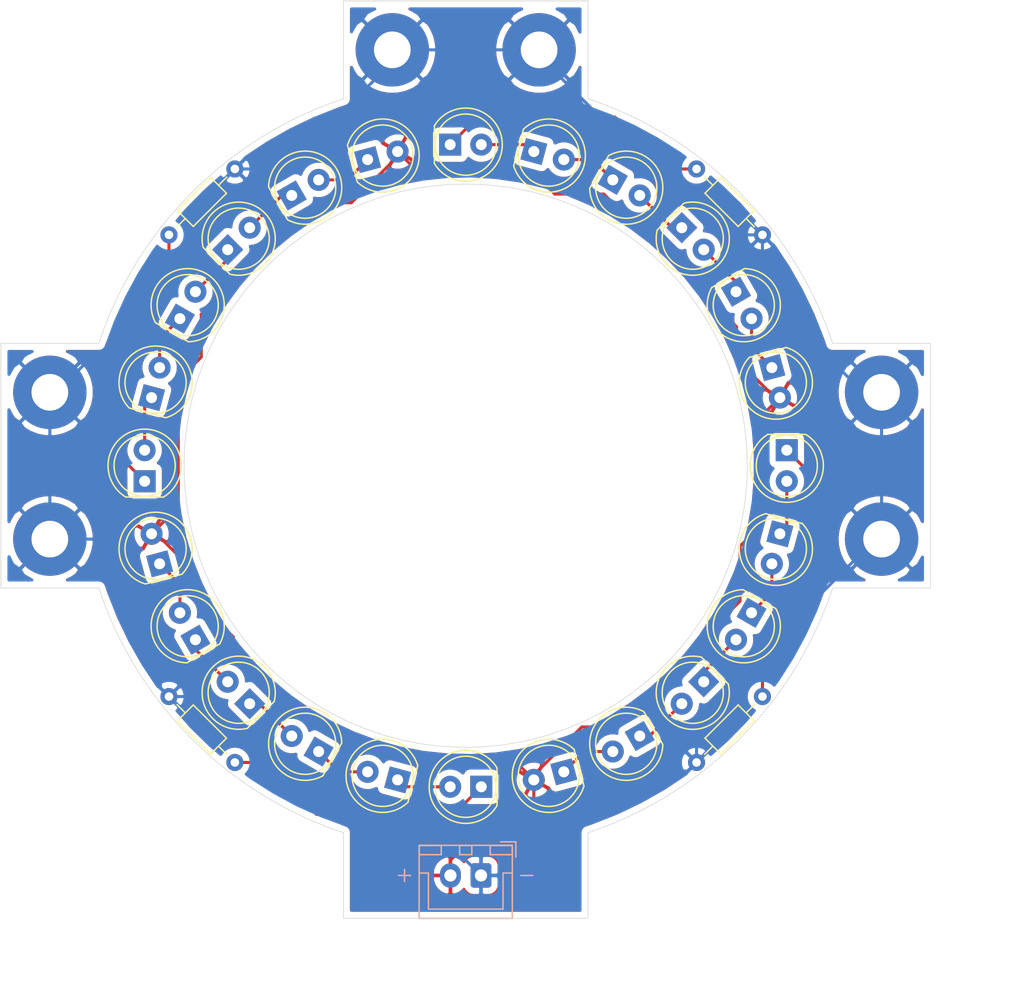
<source format=kicad_pcb>
(kicad_pcb (version 20171130) (host pcbnew "(5.1.6)-1")
  (layers (0 F.Cu signal hide) (31 B.Cu signal hide) (34 B.Paste user) (35 F.Paste user) (36 B.SilkS user) (37 F.SilkS user) (38 B.Mask user) (39 F.Mask user) (44 Edge.Cuts user))
  (net 0 "")
  (net 1 "Net-(D1-Pad2)")
  (net 2 "Net-(D1-Pad1)")
  (net 3 GND)
  (net 4 "Net-(D7-Pad1)")
  (net 5 "Net-(D7-Pad2)")
  (net 6 "Net-(D10-Pad2)")
  (net 7 "Net-(D10-Pad1)")
  (net 8 "Net-(D13-Pad1)")
  (net 9 "Net-(D13-Pad2)")
  (net 10 "Net-(D19-Pad1)")
  (net 11 "Net-(D19-Pad2)")
  (net 12 "Net-(D2-Pad2)")
  (net 13 "Net-(D3-Pad2)")
  (net 14 "Net-(D4-Pad2)")
  (net 15 "Net-(D5-Pad2)")
  (net 16 "Net-(D8-Pad2)")
  (net 17 "Net-(D11-Pad2)")
  (net 18 "Net-(D14-Pad2)")
  (net 19 "Net-(D15-Pad2)")
  (net 20 "Net-(D16-Pad2)")
  (net 21 "Net-(D17-Pad2)")
  (net 22 "Net-(D20-Pad2)")
  (net 23 "Net-(D21-Pad2)")
  (net 24 "Net-(D22-Pad2)")
  (net 25 "Net-(D23-Pad2)")
  (net 26 24V)
  (module MountingHole:MountingHole_3mm_Pad (layer F.Cu) (at 94 66)
    (fp_text reference M3 hide)
    (fp_text value M)
    (pad 1 thru_hole circle (at 0 0) (size 6 6) (drill 3) (layers *.Cu *.Mask) (net 3 GND))
  )
  (module LED_THT:LED_D5.0mm (layer F.Cu) (at 74.315747 94.432726 75)
    (fp_text reference D2 hide)
    (fp_text value LED)
    (fp_line (start -1.29 -1.545) (end -1.29 1.545) (layer F.SilkS) (width 0.12))
    (fp_circle (center 1.27 0) (end 3.77 0) (layer F.SilkS) (width 0.12))
    (fp_arc (start 1.27 0) (end -1.29 -1.54483) (angle 148.9) (layer F.SilkS) (width 0.12))
    (fp_arc (start 1.27 0) (end -1.29 1.54483) (angle -148.9) (layer F.SilkS) (width 0.12))
    (pad 1 thru_hole rect (at 0 0 75) (size 1.8 1.8) (drill 0.9) (layers *.Cu *.Mask) (net 1 "Net-(D1-Pad2)"))
    (pad 2 thru_hole circle (at 2.54 0 75) (size 1.8 1.8) (drill 0.9) (layers *.Cu *.Mask) (net 12 "Net-(D2-Pad2)"))
  )
  (module LED_THT:LED_D5.0mm (layer F.Cu) (at 76.631833 87.974852 60)
    (fp_text reference D3 hide)
    (fp_text value LED)
    (fp_line (start -1.29 -1.545) (end -1.29 1.545) (layer F.SilkS) (width 0.12))
    (fp_circle (center 1.27 0) (end 3.77 0) (layer F.SilkS) (width 0.12))
    (fp_arc (start 1.27 0) (end -1.29 -1.54483) (angle 148.9) (layer F.SilkS) (width 0.12))
    (fp_arc (start 1.27 0) (end -1.29 1.54483) (angle -148.9) (layer F.SilkS) (width 0.12))
    (pad 1 thru_hole rect (at 0 0 60) (size 1.8 1.8) (drill 0.9) (layers *.Cu *.Mask) (net 12 "Net-(D2-Pad2)"))
    (pad 2 thru_hole circle (at 2.54 0 60) (size 1.8 1.8) (drill 0.9) (layers *.Cu *.Mask) (net 13 "Net-(D3-Pad2)"))
  )
  (module LED_THT:LED_D5.0mm (layer F.Cu) (at 80.540421 82.336473 45)
    (fp_text reference D4 hide)
    (fp_text value LED)
    (fp_line (start -1.29 -1.545) (end -1.29 1.545) (layer F.SilkS) (width 0.12))
    (fp_circle (center 1.27 0) (end 3.77 0) (layer F.SilkS) (width 0.12))
    (fp_arc (start 1.27 0) (end -1.29 -1.54483) (angle 148.9) (layer F.SilkS) (width 0.12))
    (fp_arc (start 1.27 0) (end -1.29 1.54483) (angle -148.9) (layer F.SilkS) (width 0.12))
    (pad 1 thru_hole rect (at 0 0 45) (size 1.8 1.8) (drill 0.9) (layers *.Cu *.Mask) (net 13 "Net-(D3-Pad2)"))
    (pad 2 thru_hole circle (at 2.54 0 45) (size 1.8 1.8) (drill 0.9) (layers *.Cu *.Mask) (net 14 "Net-(D4-Pad2)"))
  )
  (module LED_THT:LED_D5.0mm (layer F.Cu) (at 85.775148 77.901833 30)
    (fp_text reference D5 hide)
    (fp_text value LED)
    (fp_line (start -1.29 -1.545) (end -1.29 1.545) (layer F.SilkS) (width 0.12))
    (fp_circle (center 1.27 0) (end 3.77 0) (layer F.SilkS) (width 0.12))
    (fp_arc (start 1.27 0) (end -1.29 -1.54483) (angle 148.9) (layer F.SilkS) (width 0.12))
    (fp_arc (start 1.27 0) (end -1.29 1.54483) (angle -148.9) (layer F.SilkS) (width 0.12))
    (pad 1 thru_hole rect (at 0 0 30) (size 1.8 1.8) (drill 0.9) (layers *.Cu *.Mask) (net 14 "Net-(D4-Pad2)"))
    (pad 2 thru_hole circle (at 2.54 0 30) (size 1.8 1.8) (drill 0.9) (layers *.Cu *.Mask) (net 15 "Net-(D5-Pad2)"))
  )
  (module LED_THT:LED_D5.0mm (layer F.Cu) (at 91.979274 74.973147 15)
    (fp_text reference D6 hide)
    (fp_text value LED)
    (fp_line (start -1.29 -1.545) (end -1.29 1.545) (layer F.SilkS) (width 0.12))
    (fp_circle (center 1.27 0) (end 3.77 0) (layer F.SilkS) (width 0.12))
    (fp_arc (start 1.27 0) (end -1.29 -1.54483) (angle 148.9) (layer F.SilkS) (width 0.12))
    (fp_arc (start 1.27 0) (end -1.29 1.54483) (angle -148.9) (layer F.SilkS) (width 0.12))
    (pad 1 thru_hole rect (at 0 0 15) (size 1.8 1.8) (drill 0.9) (layers *.Cu *.Mask) (net 15 "Net-(D5-Pad2)"))
    (pad 2 thru_hole circle (at 2.54 0 15) (size 1.8 1.8) (drill 0.9) (layers *.Cu *.Mask) (net 26 24V))
  )
  (module LED_THT:LED_D5.0mm (layer F.Cu) (at 98.73 73.75)
    (fp_text reference D7 hide)
    (fp_text value LED)
    (fp_line (start -1.29 -1.545) (end -1.29 1.545) (layer F.SilkS) (width 0.12))
    (fp_circle (center 1.27 0) (end 3.77 0) (layer F.SilkS) (width 0.12))
    (fp_arc (start 1.27 0) (end -1.29 -1.54483) (angle 148.9) (layer F.SilkS) (width 0.12))
    (fp_arc (start 1.27 0) (end -1.29 1.54483) (angle -148.9) (layer F.SilkS) (width 0.12))
    (pad 1 thru_hole rect (at 0 0) (size 1.8 1.8) (drill 0.9) (layers *.Cu *.Mask) (net 4 "Net-(D7-Pad1)"))
    (pad 2 thru_hole circle (at 2.54 0) (size 1.8 1.8) (drill 0.9) (layers *.Cu *.Mask) (net 5 "Net-(D7-Pad2)"))
  )
  (module LED_THT:LED_D5.0mm (layer F.Cu) (at 105.567274 74.315747 345)
    (fp_text reference D8 hide)
    (fp_text value LED)
    (fp_line (start -1.29 -1.545) (end -1.29 1.545) (layer F.SilkS) (width 0.12))
    (fp_circle (center 1.27 0) (end 3.77 0) (layer F.SilkS) (width 0.12))
    (fp_arc (start 1.27 0) (end -1.29 -1.54483) (angle 148.9) (layer F.SilkS) (width 0.12))
    (fp_arc (start 1.27 0) (end -1.29 1.54483) (angle -148.9) (layer F.SilkS) (width 0.12))
    (pad 1 thru_hole rect (at 0 0 345) (size 1.8 1.8) (drill 0.9) (layers *.Cu *.Mask) (net 5 "Net-(D7-Pad2)"))
    (pad 2 thru_hole circle (at 2.54 0 345) (size 1.8 1.8) (drill 0.9) (layers *.Cu *.Mask) (net 16 "Net-(D8-Pad2)"))
  )
  (module LED_THT:LED_D5.0mm (layer F.Cu) (at 112.025148 76.631833 330)
    (fp_text reference D9 hide)
    (fp_text value LED)
    (fp_line (start -1.29 -1.545) (end -1.29 1.545) (layer F.SilkS) (width 0.12))
    (fp_circle (center 1.27 0) (end 3.77 0) (layer F.SilkS) (width 0.12))
    (fp_arc (start 1.27 0) (end -1.29 -1.54483) (angle 148.9) (layer F.SilkS) (width 0.12))
    (fp_arc (start 1.27 0) (end -1.29 1.54483) (angle -148.9) (layer F.SilkS) (width 0.12))
    (pad 1 thru_hole rect (at 0 0 330) (size 1.8 1.8) (drill 0.9) (layers *.Cu *.Mask) (net 16 "Net-(D8-Pad2)"))
    (pad 2 thru_hole circle (at 2.54 0 330) (size 1.8 1.8) (drill 0.9) (layers *.Cu *.Mask) (net 7 "Net-(D10-Pad1)"))
  )
  (module LED_THT:LED_D5.0mm (layer F.Cu) (at 117.663527 80.540421 315)
    (fp_text reference D10 hide)
    (fp_text value LED)
    (fp_line (start -1.29 -1.545) (end -1.29 1.545) (layer F.SilkS) (width 0.12))
    (fp_circle (center 1.27 0) (end 3.77 0) (layer F.SilkS) (width 0.12))
    (fp_arc (start 1.27 0) (end -1.29 -1.54483) (angle 148.9) (layer F.SilkS) (width 0.12))
    (fp_arc (start 1.27 0) (end -1.29 1.54483) (angle -148.9) (layer F.SilkS) (width 0.12))
    (pad 1 thru_hole rect (at 0 0 315) (size 1.8 1.8) (drill 0.9) (layers *.Cu *.Mask) (net 7 "Net-(D10-Pad1)"))
    (pad 2 thru_hole circle (at 2.54 0 315) (size 1.8 1.8) (drill 0.9) (layers *.Cu *.Mask) (net 6 "Net-(D10-Pad2)"))
  )
  (module LED_THT:LED_D5.0mm (layer F.Cu) (at 122.098167 85.775148 300)
    (fp_text reference D11 hide)
    (fp_text value LED)
    (fp_line (start -1.29 -1.545) (end -1.29 1.545) (layer F.SilkS) (width 0.12))
    (fp_circle (center 1.27 0) (end 3.77 0) (layer F.SilkS) (width 0.12))
    (fp_arc (start 1.27 0) (end -1.29 -1.54483) (angle 148.9) (layer F.SilkS) (width 0.12))
    (fp_arc (start 1.27 0) (end -1.29 1.54483) (angle -148.9) (layer F.SilkS) (width 0.12))
    (pad 1 thru_hole rect (at 0 0 300) (size 1.8 1.8) (drill 0.9) (layers *.Cu *.Mask) (net 6 "Net-(D10-Pad2)"))
    (pad 2 thru_hole circle (at 2.54 0 300) (size 1.8 1.8) (drill 0.9) (layers *.Cu *.Mask) (net 17 "Net-(D11-Pad2)"))
  )
  (module LED_THT:LED_D5.0mm (layer F.Cu) (at 125.026853 91.979274 285)
    (fp_text reference D12 hide)
    (fp_text value LED)
    (fp_line (start -1.29 -1.545) (end -1.29 1.545) (layer F.SilkS) (width 0.12))
    (fp_circle (center 1.27 0) (end 3.77 0) (layer F.SilkS) (width 0.12))
    (fp_arc (start 1.27 0) (end -1.29 -1.54483) (angle 148.9) (layer F.SilkS) (width 0.12))
    (fp_arc (start 1.27 0) (end -1.29 1.54483) (angle -148.9) (layer F.SilkS) (width 0.12))
    (pad 1 thru_hole rect (at 0 0 285) (size 1.8 1.8) (drill 0.9) (layers *.Cu *.Mask) (net 17 "Net-(D11-Pad2)"))
    (pad 2 thru_hole circle (at 2.54 0 285) (size 1.8 1.8) (drill 0.9) (layers *.Cu *.Mask) (net 26 24V))
  )
  (module LED_THT:LED_D5.0mm (layer F.Cu) (at 126.25 98.73 270)
    (fp_text reference D13 hide)
    (fp_text value LED)
    (fp_line (start -1.29 -1.545) (end -1.29 1.545) (layer F.SilkS) (width 0.12))
    (fp_circle (center 1.27 0) (end 3.77 0) (layer F.SilkS) (width 0.12))
    (fp_arc (start 1.27 0) (end -1.29 -1.54483) (angle 148.9) (layer F.SilkS) (width 0.12))
    (fp_arc (start 1.27 0) (end -1.29 1.54483) (angle -148.9) (layer F.SilkS) (width 0.12))
    (pad 1 thru_hole rect (at 0 0 270) (size 1.8 1.8) (drill 0.9) (layers *.Cu *.Mask) (net 8 "Net-(D13-Pad1)"))
    (pad 2 thru_hole circle (at 2.54 0 270) (size 1.8 1.8) (drill 0.9) (layers *.Cu *.Mask) (net 9 "Net-(D13-Pad2)"))
  )
  (module LED_THT:LED_D5.0mm (layer F.Cu) (at 125.684253 105.567274 255)
    (fp_text reference D14 hide)
    (fp_text value LED)
    (fp_line (start -1.29 -1.545) (end -1.29 1.545) (layer F.SilkS) (width 0.12))
    (fp_circle (center 1.27 0) (end 3.77 0) (layer F.SilkS) (width 0.12))
    (fp_arc (start 1.27 0) (end -1.29 -1.54483) (angle 148.9) (layer F.SilkS) (width 0.12))
    (fp_arc (start 1.27 0) (end -1.29 1.54483) (angle -148.9) (layer F.SilkS) (width 0.12))
    (pad 1 thru_hole rect (at 0 0 255) (size 1.8 1.8) (drill 0.9) (layers *.Cu *.Mask) (net 9 "Net-(D13-Pad2)"))
    (pad 2 thru_hole circle (at 2.54 0 255) (size 1.8 1.8) (drill 0.9) (layers *.Cu *.Mask) (net 18 "Net-(D14-Pad2)"))
  )
  (module LED_THT:LED_D5.0mm (layer F.Cu) (at 123.368167 112.025148 240)
    (fp_text reference D15 hide)
    (fp_text value LED)
    (fp_line (start -1.29 -1.545) (end -1.29 1.545) (layer F.SilkS) (width 0.12))
    (fp_circle (center 1.27 0) (end 3.77 0) (layer F.SilkS) (width 0.12))
    (fp_arc (start 1.27 0) (end -1.29 -1.54483) (angle 148.9) (layer F.SilkS) (width 0.12))
    (fp_arc (start 1.27 0) (end -1.29 1.54483) (angle -148.9) (layer F.SilkS) (width 0.12))
    (pad 1 thru_hole rect (at 0 0 240) (size 1.8 1.8) (drill 0.9) (layers *.Cu *.Mask) (net 18 "Net-(D14-Pad2)"))
    (pad 2 thru_hole circle (at 2.54 0 240) (size 1.8 1.8) (drill 0.9) (layers *.Cu *.Mask) (net 19 "Net-(D15-Pad2)"))
  )
  (module LED_THT:LED_D5.0mm (layer F.Cu) (at 119.459579 117.663527 225)
    (fp_text reference D16 hide)
    (fp_text value LED)
    (fp_line (start -1.29 -1.545) (end -1.29 1.545) (layer F.SilkS) (width 0.12))
    (fp_circle (center 1.27 0) (end 3.77 0) (layer F.SilkS) (width 0.12))
    (fp_arc (start 1.27 0) (end -1.29 -1.54483) (angle 148.9) (layer F.SilkS) (width 0.12))
    (fp_arc (start 1.27 0) (end -1.29 1.54483) (angle -148.9) (layer F.SilkS) (width 0.12))
    (pad 1 thru_hole rect (at 0 0 225) (size 1.8 1.8) (drill 0.9) (layers *.Cu *.Mask) (net 19 "Net-(D15-Pad2)"))
    (pad 2 thru_hole circle (at 2.54 0 225) (size 1.8 1.8) (drill 0.9) (layers *.Cu *.Mask) (net 20 "Net-(D16-Pad2)"))
  )
  (module LED_THT:LED_D5.0mm (layer F.Cu) (at 114.224852 122.098167 210)
    (fp_text reference D17 hide)
    (fp_text value LED)
    (fp_line (start -1.29 -1.545) (end -1.29 1.545) (layer F.SilkS) (width 0.12))
    (fp_circle (center 1.27 0) (end 3.77 0) (layer F.SilkS) (width 0.12))
    (fp_arc (start 1.27 0) (end -1.29 -1.54483) (angle 148.9) (layer F.SilkS) (width 0.12))
    (fp_arc (start 1.27 0) (end -1.29 1.54483) (angle -148.9) (layer F.SilkS) (width 0.12))
    (pad 1 thru_hole rect (at 0 0 210) (size 1.8 1.8) (drill 0.9) (layers *.Cu *.Mask) (net 20 "Net-(D16-Pad2)"))
    (pad 2 thru_hole circle (at 2.54 0 210) (size 1.8 1.8) (drill 0.9) (layers *.Cu *.Mask) (net 21 "Net-(D17-Pad2)"))
  )
  (module LED_THT:LED_D5.0mm (layer F.Cu) (at 108.020726 125.026853 195)
    (fp_text reference D18 hide)
    (fp_text value LED)
    (fp_line (start -1.29 -1.545) (end -1.29 1.545) (layer F.SilkS) (width 0.12))
    (fp_circle (center 1.27 0) (end 3.77 0) (layer F.SilkS) (width 0.12))
    (fp_arc (start 1.27 0) (end -1.29 -1.54483) (angle 148.9) (layer F.SilkS) (width 0.12))
    (fp_arc (start 1.27 0) (end -1.29 1.54483) (angle -148.9) (layer F.SilkS) (width 0.12))
    (pad 1 thru_hole rect (at 0 0 195) (size 1.8 1.8) (drill 0.9) (layers *.Cu *.Mask) (net 21 "Net-(D17-Pad2)"))
    (pad 2 thru_hole circle (at 2.54 0 195) (size 1.8 1.8) (drill 0.9) (layers *.Cu *.Mask) (net 26 24V))
  )
  (module LED_THT:LED_D5.0mm (layer F.Cu) (at 101.27 126.25 180)
    (fp_text reference D19 hide)
    (fp_text value LED)
    (fp_line (start -1.29 -1.545) (end -1.29 1.545) (layer F.SilkS) (width 0.12))
    (fp_circle (center 1.27 0) (end 3.77 0) (layer F.SilkS) (width 0.12))
    (fp_arc (start 1.27 0) (end -1.29 -1.54483) (angle 148.9) (layer F.SilkS) (width 0.12))
    (fp_arc (start 1.27 0) (end -1.29 1.54483) (angle -148.9) (layer F.SilkS) (width 0.12))
    (pad 1 thru_hole rect (at 0 0 180) (size 1.8 1.8) (drill 0.9) (layers *.Cu *.Mask) (net 10 "Net-(D19-Pad1)"))
    (pad 2 thru_hole circle (at 2.54 0 180) (size 1.8 1.8) (drill 0.9) (layers *.Cu *.Mask) (net 11 "Net-(D19-Pad2)"))
  )
  (module LED_THT:LED_D5.0mm (layer F.Cu) (at 94.432726 125.684253 165)
    (fp_text reference D20 hide)
    (fp_text value LED)
    (fp_line (start -1.29 -1.545) (end -1.29 1.545) (layer F.SilkS) (width 0.12))
    (fp_circle (center 1.27 0) (end 3.77 0) (layer F.SilkS) (width 0.12))
    (fp_arc (start 1.27 0) (end -1.29 -1.54483) (angle 148.9) (layer F.SilkS) (width 0.12))
    (fp_arc (start 1.27 0) (end -1.29 1.54483) (angle -148.9) (layer F.SilkS) (width 0.12))
    (pad 1 thru_hole rect (at 0 0 165) (size 1.8 1.8) (drill 0.9) (layers *.Cu *.Mask) (net 11 "Net-(D19-Pad2)"))
    (pad 2 thru_hole circle (at 2.54 0 165) (size 1.8 1.8) (drill 0.9) (layers *.Cu *.Mask) (net 22 "Net-(D20-Pad2)"))
  )
  (module LED_THT:LED_D5.0mm (layer F.Cu) (at 87.974852 123.368167 150)
    (fp_text reference D21 hide)
    (fp_text value LED)
    (fp_line (start -1.29 -1.545) (end -1.29 1.545) (layer F.SilkS) (width 0.12))
    (fp_circle (center 1.27 0) (end 3.77 0) (layer F.SilkS) (width 0.12))
    (fp_arc (start 1.27 0) (end -1.29 -1.54483) (angle 148.9) (layer F.SilkS) (width 0.12))
    (fp_arc (start 1.27 0) (end -1.29 1.54483) (angle -148.9) (layer F.SilkS) (width 0.12))
    (pad 1 thru_hole rect (at 0 0 150) (size 1.8 1.8) (drill 0.9) (layers *.Cu *.Mask) (net 22 "Net-(D20-Pad2)"))
    (pad 2 thru_hole circle (at 2.54 0 150) (size 1.8 1.8) (drill 0.9) (layers *.Cu *.Mask) (net 23 "Net-(D21-Pad2)"))
  )
  (module LED_THT:LED_D5.0mm (layer F.Cu) (at 82.336473 119.459579 135)
    (fp_text reference D22 hide)
    (fp_text value LED)
    (fp_line (start -1.29 -1.545) (end -1.29 1.545) (layer F.SilkS) (width 0.12))
    (fp_circle (center 1.27 0) (end 3.77 0) (layer F.SilkS) (width 0.12))
    (fp_arc (start 1.27 0) (end -1.29 -1.54483) (angle 148.9) (layer F.SilkS) (width 0.12))
    (fp_arc (start 1.27 0) (end -1.29 1.54483) (angle -148.9) (layer F.SilkS) (width 0.12))
    (pad 1 thru_hole rect (at 0 0 135) (size 1.8 1.8) (drill 0.9) (layers *.Cu *.Mask) (net 23 "Net-(D21-Pad2)"))
    (pad 2 thru_hole circle (at 2.54 0 135) (size 1.8 1.8) (drill 0.9) (layers *.Cu *.Mask) (net 24 "Net-(D22-Pad2)"))
  )
  (module LED_THT:LED_D5.0mm (layer F.Cu) (at 77.901833 114.224852 120)
    (fp_text reference D23 hide)
    (fp_text value LED)
    (fp_line (start -1.29 -1.545) (end -1.29 1.545) (layer F.SilkS) (width 0.12))
    (fp_circle (center 1.27 0) (end 3.77 0) (layer F.SilkS) (width 0.12))
    (fp_arc (start 1.27 0) (end -1.29 -1.54483) (angle 148.9) (layer F.SilkS) (width 0.12))
    (fp_arc (start 1.27 0) (end -1.29 1.54483) (angle -148.9) (layer F.SilkS) (width 0.12))
    (pad 1 thru_hole rect (at 0 0 120) (size 1.8 1.8) (drill 0.9) (layers *.Cu *.Mask) (net 24 "Net-(D22-Pad2)"))
    (pad 2 thru_hole circle (at 2.54 0 120) (size 1.8 1.8) (drill 0.9) (layers *.Cu *.Mask) (net 25 "Net-(D23-Pad2)"))
  )
  (module LED_THT:LED_D5.0mm (layer F.Cu) (at 74.973147 108.020726 105)
    (fp_text reference D24 hide)
    (fp_text value LED)
    (fp_line (start -1.29 -1.545) (end -1.29 1.545) (layer F.SilkS) (width 0.12))
    (fp_circle (center 1.27 0) (end 3.77 0) (layer F.SilkS) (width 0.12))
    (fp_arc (start 1.27 0) (end -1.29 -1.54483) (angle 148.9) (layer F.SilkS) (width 0.12))
    (fp_arc (start 1.27 0) (end -1.29 1.54483) (angle -148.9) (layer F.SilkS) (width 0.12))
    (pad 1 thru_hole rect (at 0 0 105) (size 1.8 1.8) (drill 0.9) (layers *.Cu *.Mask) (net 25 "Net-(D23-Pad2)"))
    (pad 2 thru_hole circle (at 2.54 0 105) (size 1.8 1.8) (drill 0.9) (layers *.Cu *.Mask) (net 26 24V))
  )
  (module LED_THT:LED_D5.0mm (layer F.Cu) (at 73.75 101.27 90)
    (fp_text reference D1 hide)
    (fp_text value LED)
    (fp_circle (center 1.27 0) (end 3.77 0) (layer F.SilkS) (width 0.12))
    (fp_line (start -1.29 -1.545) (end -1.29 1.545) (layer F.SilkS) (width 0.12))
    (fp_arc (start 1.27 0) (end -1.29 1.54483) (angle -148.9) (layer F.SilkS) (width 0.12))
    (fp_arc (start 1.27 0) (end -1.29 -1.54483) (angle 148.9) (layer F.SilkS) (width 0.12))
    (pad 2 thru_hole circle (at 2.54 0 90) (size 1.8 1.8) (drill 0.9) (layers *.Cu *.Mask) (net 1 "Net-(D1-Pad2)"))
    (pad 1 thru_hole rect (at 0 0 90) (size 1.8 1.8) (drill 0.9) (layers *.Cu *.Mask) (net 2 "Net-(D1-Pad1)"))
  )
  (module Resistor_THT:R_Axial_DIN0204_L3.6mm_D1.6mm_P7.62mm_Horizontal (layer F.Cu) (at 118.87268 75.739166 315)
    (fp_text reference R2 hide)
    (fp_text value R)
    (fp_line (start 6.68 0) (end 5.73 0) (layer F.SilkS) (width 0.12))
    (fp_line (start 0.94 0) (end 1.89 0) (layer F.SilkS) (width 0.12))
    (fp_line (start 5.73 -0.92) (end 1.89 -0.92) (layer F.SilkS) (width 0.12))
    (fp_line (start 5.73 0.92) (end 5.73 -0.92) (layer F.SilkS) (width 0.12))
    (fp_line (start 1.89 0.92) (end 5.73 0.92) (layer F.SilkS) (width 0.12))
    (fp_line (start 1.89 -0.92) (end 1.89 0.92) (layer F.SilkS) (width 0.12))
    (pad 1 thru_hole circle (at 0 0 315) (size 1.4 1.4) (drill 0.7) (layers *.Cu *.Mask) (net 4 "Net-(D7-Pad1)"))
    (pad 2 thru_hole oval (at 7.62 0 315) (size 1.4 1.4) (drill 0.7) (layers *.Cu *.Mask) (net 3 GND))
  )
  (module MountingHole:MountingHole_3mm_Pad (layer F.Cu) (at 134 106 270)
    (fp_text reference M6 hide)
    (fp_text value M)
    (pad 1 thru_hole circle (at 0 0 270) (size 6 6) (drill 3) (layers *.Cu *.Mask) (net 3 GND))
  )
  (module MountingHole:MountingHole_3mm_Pad (layer F.Cu) (at 66 94 90)
    (fp_text reference M2 hide)
    (fp_text value M)
    (pad 1 thru_hole circle (at 0 0 90) (size 6 6) (drill 3) (layers *.Cu *.Mask) (net 3 GND))
  )
  (module MountingHole:MountingHole_3mm_Pad (layer F.Cu) (at 134 94 270)
    (fp_text reference M5 hide)
    (fp_text value M)
    (pad 1 thru_hole circle (at 0 0 270) (size 6 6) (drill 3) (layers *.Cu *.Mask) (net 3 GND))
  )
  (module MountingHole:MountingHole_3mm_Pad (layer F.Cu) (at 66 106 90)
    (fp_text reference M1 hide)
    (fp_text value M)
    (pad 1 thru_hole circle (at 0 0 90) (size 6 6) (drill 3) (layers *.Cu *.Mask) (net 3 GND))
  )
  (module MountingHole:MountingHole_3mm_Pad (layer F.Cu) (at 106 66)
    (fp_text reference M4 hide)
    (fp_text value M)
    (pad 1 thru_hole circle (at 0 0) (size 6 6) (drill 3) (layers *.Cu *.Mask) (net 3 GND))
  )
  (module Connector_JST:JST_XH_B2B-XH-A_1x02_P2.50mm_Vertical (layer B.Cu) (at 101.25 133.5 180)
    (fp_text reference J1 hide)
    (fp_text value Conn_01x02_Male)
    (fp_line (start -2.56 2.46) (end -2.56 -3.51) (layer B.SilkS) (width 0.12))
    (fp_line (start -2.56 -3.51) (end 5.06 -3.51) (layer B.SilkS) (width 0.12))
    (fp_line (start 5.06 -3.51) (end 5.06 2.46) (layer B.SilkS) (width 0.12))
    (fp_line (start 5.06 2.46) (end -2.56 2.46) (layer B.SilkS) (width 0.12))
    (fp_line (start 0.75 2.45) (end 0.75 1.7) (layer B.SilkS) (width 0.12))
    (fp_line (start 0.75 1.7) (end 1.75 1.7) (layer B.SilkS) (width 0.12))
    (fp_line (start 1.75 1.7) (end 1.75 2.45) (layer B.SilkS) (width 0.12))
    (fp_line (start 1.75 2.45) (end 0.75 2.45) (layer B.SilkS) (width 0.12))
    (fp_line (start -2.55 2.45) (end -2.55 1.7) (layer B.SilkS) (width 0.12))
    (fp_line (start -2.55 1.7) (end -0.75 1.7) (layer B.SilkS) (width 0.12))
    (fp_line (start -0.75 1.7) (end -0.75 2.45) (layer B.SilkS) (width 0.12))
    (fp_line (start -0.75 2.45) (end -2.55 2.45) (layer B.SilkS) (width 0.12))
    (fp_line (start 3.25 2.45) (end 3.25 1.7) (layer B.SilkS) (width 0.12))
    (fp_line (start 3.25 1.7) (end 5.05 1.7) (layer B.SilkS) (width 0.12))
    (fp_line (start 5.05 1.7) (end 5.05 2.45) (layer B.SilkS) (width 0.12))
    (fp_line (start 5.05 2.45) (end 3.25 2.45) (layer B.SilkS) (width 0.12))
    (fp_line (start -2.55 0.2) (end -1.8 0.2) (layer B.SilkS) (width 0.12))
    (fp_line (start -1.8 0.2) (end -1.8 -2.75) (layer B.SilkS) (width 0.12))
    (fp_line (start -1.8 -2.75) (end 1.25 -2.75) (layer B.SilkS) (width 0.12))
    (fp_line (start 5.05 0.2) (end 4.3 0.2) (layer B.SilkS) (width 0.12))
    (fp_line (start 4.3 0.2) (end 4.3 -2.75) (layer B.SilkS) (width 0.12))
    (fp_line (start 4.3 -2.75) (end 1.25 -2.75) (layer B.SilkS) (width 0.12))
    (fp_line (start -1.6 2.75) (end -2.85 2.75) (layer B.SilkS) (width 0.12))
    (fp_line (start -2.85 2.75) (end -2.85 1.5) (layer B.SilkS) (width 0.12))
    (pad 2 thru_hole oval (at 2.5 0 180) (size 1.7 2) (drill 1) (layers *.Cu *.Mask) (net 26 24V))
    (pad 1 thru_hole roundrect (at 0 0 180) (size 1.7 2) (drill 1) (layers *.Cu *.Mask) (roundrect_rratio 0.147059) (net 3 GND))
  )
  (module Resistor_THT:R_Axial_DIN0204_L3.6mm_D1.6mm_P7.62mm_Horizontal (layer F.Cu) (at 75.739166 81.12732 45)
    (fp_text reference R1 hide)
    (fp_text value R)
    (fp_line (start 6.68 0) (end 5.73 0) (layer F.SilkS) (width 0.12))
    (fp_line (start 0.94 0) (end 1.89 0) (layer F.SilkS) (width 0.12))
    (fp_line (start 5.73 -0.92) (end 1.89 -0.92) (layer F.SilkS) (width 0.12))
    (fp_line (start 5.73 0.92) (end 5.73 -0.92) (layer F.SilkS) (width 0.12))
    (fp_line (start 1.89 0.92) (end 5.73 0.92) (layer F.SilkS) (width 0.12))
    (fp_line (start 1.89 -0.92) (end 1.89 0.92) (layer F.SilkS) (width 0.12))
    (pad 1 thru_hole circle (at 0 0 45) (size 1.4 1.4) (drill 0.7) (layers *.Cu *.Mask) (net 2 "Net-(D1-Pad1)"))
    (pad 2 thru_hole oval (at 7.62 0 45) (size 1.4 1.4) (drill 0.7) (layers *.Cu *.Mask) (net 3 GND))
  )
  (module Resistor_THT:R_Axial_DIN0204_L3.6mm_D1.6mm_P7.62mm_Horizontal (layer F.Cu) (at 124.260834 118.87268 225)
    (fp_text reference R3 hide)
    (fp_text value R)
    (fp_line (start 6.68 0) (end 5.73 0) (layer F.SilkS) (width 0.12))
    (fp_line (start 0.94 0) (end 1.89 0) (layer F.SilkS) (width 0.12))
    (fp_line (start 5.73 -0.92) (end 1.89 -0.92) (layer F.SilkS) (width 0.12))
    (fp_line (start 5.73 0.92) (end 5.73 -0.92) (layer F.SilkS) (width 0.12))
    (fp_line (start 1.89 0.92) (end 5.73 0.92) (layer F.SilkS) (width 0.12))
    (fp_line (start 1.89 -0.92) (end 1.89 0.92) (layer F.SilkS) (width 0.12))
    (pad 1 thru_hole circle (at 0 0 225) (size 1.4 1.4) (drill 0.7) (layers *.Cu *.Mask) (net 8 "Net-(D13-Pad1)"))
    (pad 2 thru_hole oval (at 7.62 0 225) (size 1.4 1.4) (drill 0.7) (layers *.Cu *.Mask) (net 3 GND))
  )
  (module Resistor_THT:R_Axial_DIN0204_L3.6mm_D1.6mm_P7.62mm_Horizontal (layer F.Cu) (at 81.12732 124.260834 135)
    (fp_text reference R4 hide)
    (fp_text value R)
    (fp_line (start 6.68 0) (end 5.73 0) (layer F.SilkS) (width 0.12))
    (fp_line (start 0.94 0) (end 1.89 0) (layer F.SilkS) (width 0.12))
    (fp_line (start 5.73 -0.92) (end 1.89 -0.92) (layer F.SilkS) (width 0.12))
    (fp_line (start 5.73 0.92) (end 5.73 -0.92) (layer F.SilkS) (width 0.12))
    (fp_line (start 1.89 0.92) (end 5.73 0.92) (layer F.SilkS) (width 0.12))
    (fp_line (start 1.89 -0.92) (end 1.89 0.92) (layer F.SilkS) (width 0.12))
    (pad 1 thru_hole circle (at 0 0 135) (size 1.4 1.4) (drill 0.7) (layers *.Cu *.Mask) (net 10 "Net-(D19-Pad1)"))
    (pad 2 thru_hole oval (at 7.62 0 135) (size 1.4 1.4) (drill 0.7) (layers *.Cu *.Mask) (net 3 GND))
  )
  (gr_line (start 95 133) (end 95 134) (layer B.SilkS) (width 0.12))
  (gr_line (start 95.5 133.5) (end 94.5 133.5) (layer B.SilkS) (width 0.12))
  (gr_line (start 104.5 133.5) (end 105.5 133.5) (layer B.SilkS) (width 0.12))
  (gr_line (start 110 137) (end 110 130) (layer Edge.Cuts) (width 0.05))
  (gr_line (start 90 137) (end 110 137) (layer Edge.Cuts) (width 0.05))
  (gr_line (start 90 129.999999) (end 90 137) (layer Edge.Cuts) (width 0.05))
  (gr_line (start 138 110) (end 129.999999 110) (layer Edge.Cuts) (width 0.05))
  (gr_line (start 138 90) (end 138 110) (layer Edge.Cuts) (width 0.05))
  (gr_line (start 129.999999 90.000001) (end 138 90) (layer Edge.Cuts) (width 0.05))
  (gr_line (start 62 110) (end 70 110) (layer Edge.Cuts) (width 0.05))
  (gr_line (start 62 90) (end 62 110) (layer Edge.Cuts) (width 0.05))
  (gr_line (start 70 90) (end 62 90) (layer Edge.Cuts) (width 0.05))
  (gr_arc (start 100 100) (end 90.000001 70.000001) (angle -53.13010235) (layer Edge.Cuts) (width 0.05))
  (gr_line (start 110 62) (end 110 70) (layer Edge.Cuts) (width 0.05))
  (gr_line (start 90 62) (end 110 62) (layer Edge.Cuts) (width 0.05))
  (gr_line (start 90.000001 70.000001) (end 90 62) (layer Edge.Cuts) (width 0.05))
  (gr_arc (start 100 100) (end 109.999999 129.999999) (angle -53.13010235) (layer Edge.Cuts) (width 0.05))
  (gr_arc (start 100 100) (end 70.000001 109.999999) (angle -53.13010235) (layer Edge.Cuts) (width 0.05))
  (gr_arc (start 100 100) (end 129.999999 90.000001) (angle -53.13010235) (layer Edge.Cuts) (width 0.05))
  (gr_circle (center 100 100) (end 123 101) (layer Edge.Cuts) (width 0.05))
  (segment (start 73.75 94.998473) (end 74.315747 94.432726) (width 0.25) (layer F.Cu) (net 1))
  (segment (start 73.75 98.73) (end 73.75 94.998473) (width 0.25) (layer F.Cu) (net 1))
  (segment (start 75.739166 81.12732) (end 75.739166 84.260834) (width 0.25) (layer F.Cu) (net 2))
  (segment (start 75.739166 84.260834) (end 71.5 88.5) (width 0.25) (layer F.Cu) (net 2))
  (segment (start 71.5 99.02) (end 73.75 101.27) (width 0.25) (layer F.Cu) (net 2))
  (segment (start 71.5 88.5) (end 71.5 99.02) (width 0.25) (layer F.Cu) (net 2))
  (segment (start 101.25 133.5) (end 103.5 133.5) (width 0.25) (layer B.Cu) (net 3))
  (segment (start 118.172681 124.960833) (end 118.87268 124.260834) (width 0.25) (layer B.Cu) (net 3))
  (segment (start 112.039167 124.960833) (end 118.172681 124.960833) (width 0.25) (layer B.Cu) (net 3))
  (segment (start 103.5 133.5) (end 112.039167 124.960833) (width 0.25) (layer B.Cu) (net 3))
  (segment (start 133.505011 106) (end 134 106) (width 0.25) (layer B.Cu) (net 3))
  (segment (start 118.87268 124.260834) (end 118.87268 120.632331) (width 0.25) (layer B.Cu) (net 3))
  (segment (start 118.87268 120.632331) (end 133.505011 106) (width 0.25) (layer B.Cu) (net 3))
  (segment (start 134 106) (end 134 94) (width 0.25) (layer B.Cu) (net 3))
  (segment (start 124.260834 81.12732) (end 124.260834 85.760834) (width 0.25) (layer B.Cu) (net 3))
  (segment (start 132.5 94) (end 134 94) (width 0.25) (layer B.Cu) (net 3))
  (segment (start 124.260834 85.760834) (end 132.5 94) (width 0.25) (layer B.Cu) (net 3))
  (segment (start 106 66.5) (end 106 66) (width 0.25) (layer B.Cu) (net 3))
  (segment (start 124.260834 81.12732) (end 120.62732 81.12732) (width 0.25) (layer B.Cu) (net 3))
  (segment (start 120.62732 81.12732) (end 106 66.5) (width 0.25) (layer B.Cu) (net 3))
  (segment (start 106 66) (end 94 66) (width 0.25) (layer B.Cu) (net 3))
  (segment (start 81.12732 75.739166) (end 85.260834 75.739166) (width 0.25) (layer B.Cu) (net 3))
  (segment (start 94 67) (end 94 66) (width 0.25) (layer B.Cu) (net 3))
  (segment (start 85.260834 75.739166) (end 94 67) (width 0.25) (layer B.Cu) (net 3))
  (segment (start 66.534629 94) (end 69.034629 91.5) (width 0.25) (layer B.Cu) (net 3))
  (segment (start 66 94) (end 66.534629 94) (width 0.25) (layer B.Cu) (net 3))
  (segment (start 69.034629 91.5) (end 69.5 91.5) (width 0.25) (layer B.Cu) (net 3))
  (segment (start 78.5 82.5) (end 78.5 78.366486) (width 0.25) (layer B.Cu) (net 3))
  (segment (start 78.5 78.366486) (end 81.12732 75.739166) (width 0.25) (layer B.Cu) (net 3))
  (segment (start 69.5 91.5) (end 78.5 82.5) (width 0.25) (layer B.Cu) (net 3))
  (segment (start 66 94) (end 66 106) (width 0.25) (layer B.Cu) (net 3))
  (segment (start 66 106) (end 69.5 106) (width 0.25) (layer B.Cu) (net 3))
  (segment (start 75.039167 118.172681) (end 75.739166 118.87268) (width 0.25) (layer B.Cu) (net 3))
  (segment (start 75.039167 111.539167) (end 75.039167 118.172681) (width 0.25) (layer B.Cu) (net 3))
  (segment (start 69.5 106) (end 75.039167 111.539167) (width 0.25) (layer B.Cu) (net 3))
  (segment (start 75.739166 118.87268) (end 78.87268 118.87268) (width 0.25) (layer B.Cu) (net 3))
  (segment (start 78.87268 118.87268) (end 86.5 126.5) (width 0.25) (layer B.Cu) (net 3))
  (segment (start 86.5 126.5) (end 89.5 126.5) (width 0.25) (layer B.Cu) (net 3))
  (segment (start 89.5 126.5) (end 93 130) (width 0.25) (layer B.Cu) (net 3))
  (segment (start 97.75 130) (end 101.25 133.5) (width 0.25) (layer B.Cu) (net 3))
  (segment (start 93 130) (end 97.75 130) (width 0.25) (layer B.Cu) (net 3))
  (segment (start 100.98 71.5) (end 98.73 73.75) (width 0.25) (layer F.Cu) (net 4))
  (segment (start 112.202754 71.5) (end 100.98 71.5) (width 0.25) (layer F.Cu) (net 4))
  (segment (start 118.87268 75.739166) (end 116.44192 75.739166) (width 0.25) (layer F.Cu) (net 4))
  (segment (start 116.44192 75.739166) (end 112.202754 71.5) (width 0.25) (layer F.Cu) (net 4))
  (segment (start 105.001527 73.75) (end 105.567274 74.315747) (width 0.25) (layer F.Cu) (net 5))
  (segment (start 101.27 73.75) (end 105.001527 73.75) (width 0.25) (layer F.Cu) (net 5))
  (segment (start 122.098167 84.975061) (end 122.098167 85.775148) (width 0.25) (layer F.Cu) (net 6))
  (segment (start 119.459578 82.336472) (end 122.098167 84.975061) (width 0.25) (layer F.Cu) (net 6))
  (segment (start 116.863441 80.540421) (end 117.663527 80.540421) (width 0.25) (layer F.Cu) (net 7))
  (segment (start 114.224853 77.901833) (end 116.863441 80.540421) (width 0.25) (layer F.Cu) (net 7))
  (segment (start 128 100.48) (end 126.25 98.73) (width 0.25) (layer F.Cu) (net 8))
  (segment (start 128 112.702752) (end 128 100.48) (width 0.25) (layer F.Cu) (net 8))
  (segment (start 124.260834 118.87268) (end 124.260834 116.441918) (width 0.25) (layer F.Cu) (net 8))
  (segment (start 124.260834 116.441918) (end 128 112.702752) (width 0.25) (layer F.Cu) (net 8))
  (segment (start 126.25 105.001527) (end 125.684253 105.567274) (width 0.25) (layer F.Cu) (net 9))
  (segment (start 126.25 101.27) (end 126.25 105.001527) (width 0.25) (layer F.Cu) (net 9))
  (segment (start 83.558081 124.260834) (end 87.797247 128.5) (width 0.25) (layer F.Cu) (net 10))
  (segment (start 81.12732 124.260834) (end 83.558081 124.260834) (width 0.25) (layer F.Cu) (net 10))
  (segment (start 99.02 128.5) (end 101.27 126.25) (width 0.25) (layer F.Cu) (net 10))
  (segment (start 87.797247 128.5) (end 99.02 128.5) (width 0.25) (layer F.Cu) (net 10))
  (segment (start 94.998473 126.25) (end 94.432726 125.684253) (width 0.25) (layer F.Cu) (net 11))
  (segment (start 98.73 126.25) (end 94.998473 126.25) (width 0.25) (layer F.Cu) (net 11))
  (segment (start 74.973147 89.633538) (end 76.631833 87.974852) (width 0.25) (layer F.Cu) (net 12))
  (segment (start 74.973147 91.979274) (end 74.973147 89.633538) (width 0.25) (layer F.Cu) (net 12))
  (segment (start 80.540421 83.136559) (end 80.540421 82.336473) (width 0.25) (layer F.Cu) (net 13))
  (segment (start 77.901833 85.775147) (end 80.540421 83.136559) (width 0.25) (layer F.Cu) (net 13))
  (segment (start 84.975061 77.901833) (end 85.775148 77.901833) (width 0.25) (layer F.Cu) (net 14))
  (segment (start 82.336472 80.540422) (end 84.975061 77.901833) (width 0.25) (layer F.Cu) (net 14))
  (segment (start 90.320588 76.631833) (end 91.979274 74.973147) (width 0.25) (layer F.Cu) (net 15))
  (segment (start 87.974853 76.631833) (end 90.320588 76.631833) (width 0.25) (layer F.Cu) (net 15))
  (segment (start 110.366462 74.973147) (end 112.025148 76.631833) (width 0.25) (layer F.Cu) (net 16))
  (segment (start 108.020726 74.973147) (end 110.366462 74.973147) (width 0.25) (layer F.Cu) (net 16))
  (segment (start 123.368167 90.320588) (end 125.026853 91.979274) (width 0.25) (layer F.Cu) (net 17))
  (segment (start 123.368167 87.974853) (end 123.368167 90.320588) (width 0.25) (layer F.Cu) (net 17))
  (segment (start 125.026853 110.366462) (end 123.368167 112.025148) (width 0.25) (layer F.Cu) (net 18))
  (segment (start 125.026853 108.020726) (end 125.026853 110.366462) (width 0.25) (layer F.Cu) (net 18))
  (segment (start 119.459579 116.863441) (end 119.459579 117.663527) (width 0.25) (layer F.Cu) (net 19))
  (segment (start 122.098167 114.224853) (end 119.459579 116.863441) (width 0.25) (layer F.Cu) (net 19))
  (segment (start 115.024939 122.098167) (end 114.224852 122.098167) (width 0.25) (layer F.Cu) (net 20))
  (segment (start 117.663528 119.459578) (end 115.024939 122.098167) (width 0.25) (layer F.Cu) (net 20))
  (segment (start 109.679412 123.368167) (end 108.020726 125.026853) (width 0.25) (layer F.Cu) (net 21))
  (segment (start 112.025147 123.368167) (end 109.679412 123.368167) (width 0.25) (layer F.Cu) (net 21))
  (segment (start 89.633538 125.026853) (end 87.974852 123.368167) (width 0.25) (layer F.Cu) (net 22))
  (segment (start 91.979274 125.026853) (end 89.633538 125.026853) (width 0.25) (layer F.Cu) (net 22))
  (segment (start 83.136559 119.459579) (end 82.336473 119.459579) (width 0.25) (layer F.Cu) (net 23))
  (segment (start 85.775147 122.098167) (end 83.136559 119.459579) (width 0.25) (layer F.Cu) (net 23))
  (segment (start 77.901833 115.024939) (end 77.901833 114.224852) (width 0.25) (layer F.Cu) (net 24))
  (segment (start 80.540422 117.663528) (end 77.901833 115.024939) (width 0.25) (layer F.Cu) (net 24))
  (segment (start 76.631833 109.679412) (end 74.973147 108.020726) (width 0.25) (layer F.Cu) (net 25))
  (segment (start 76.631833 112.025147) (end 76.631833 109.679412) (width 0.25) (layer F.Cu) (net 25))
  (segment (start 98.75 133.5) (end 98.75 132.25) (width 0.25) (layer F.Cu) (net 26))
  (segment (start 98.75 132.25) (end 101 130) (width 0.25) (layer F.Cu) (net 26))
  (segment (start 101 130) (end 105 130) (width 0.25) (layer F.Cu) (net 26))
  (segment (start 105.567274 129.432726) (end 105.567274 125.684253) (width 0.25) (layer F.Cu) (net 26))
  (segment (start 105 130) (end 105.567274 129.432726) (width 0.25) (layer F.Cu) (net 26))
  (segment (start 109.490708 121.358571) (end 112.141429 121.358571) (width 0.25) (layer F.Cu) (net 26))
  (segment (start 105.567274 125.684253) (end 105.567274 125.282005) (width 0.25) (layer F.Cu) (net 26))
  (segment (start 105.567274 125.282005) (end 109.490708 121.358571) (width 0.25) (layer F.Cu) (net 26))
  (segment (start 122.428342 106.576749) (end 124 105.005091) (width 0.25) (layer F.Cu) (net 26))
  (segment (start 112.141429 121.358571) (end 122.428342 111.071658) (width 0.25) (layer F.Cu) (net 26))
  (segment (start 122.428342 111.071658) (end 122.428342 106.576749) (width 0.25) (layer F.Cu) (net 26))
  (segment (start 124 96.116979) (end 125.684253 94.432726) (width 0.25) (layer F.Cu) (net 26))
  (segment (start 124 105.005091) (end 124 96.116979) (width 0.25) (layer F.Cu) (net 26))
  (segment (start 96.116979 76) (end 94.432726 74.315747) (width 0.25) (layer F.Cu) (net 26))
  (segment (start 105.5 76) (end 96.116979 76) (width 0.25) (layer F.Cu) (net 26))
  (segment (start 125.282005 94.432726) (end 122.143166 91.293887) (width 0.25) (layer F.Cu) (net 26))
  (segment (start 125.684253 94.432726) (end 125.282005 94.432726) (width 0.25) (layer F.Cu) (net 26))
  (segment (start 107.294262 77.794262) (end 105.5 76) (width 0.25) (layer F.Cu) (net 26))
  (segment (start 111.294262 77.794262) (end 107.294262 77.794262) (width 0.25) (layer F.Cu) (net 26))
  (segment (start 122.143166 91.293887) (end 122.143166 88.643166) (width 0.25) (layer F.Cu) (net 26))
  (segment (start 122.143166 88.643166) (end 111.294262 77.794262) (width 0.25) (layer F.Cu) (net 26))
  (segment (start 76.5 103.383021) (end 74.315747 105.567274) (width 0.25) (layer F.Cu) (net 26))
  (segment (start 78.38064 91.119361) (end 76.5 93.000001) (width 0.25) (layer F.Cu) (net 26))
  (segment (start 78.38064 87.61936) (end 78.38064 91.119361) (width 0.25) (layer F.Cu) (net 26))
  (segment (start 94.432726 74.315747) (end 94.432726 74.717995) (width 0.25) (layer F.Cu) (net 26))
  (segment (start 94.432726 74.717995) (end 90.650721 78.5) (width 0.25) (layer F.Cu) (net 26))
  (segment (start 84 82.5) (end 83.5 82.5) (width 0.25) (layer F.Cu) (net 26))
  (segment (start 76.5 93.000001) (end 76.5 103.383021) (width 0.25) (layer F.Cu) (net 26))
  (segment (start 83.5 82.5) (end 78.38064 87.61936) (width 0.25) (layer F.Cu) (net 26))
  (segment (start 90.650721 78.5) (end 88 78.5) (width 0.25) (layer F.Cu) (net 26))
  (segment (start 88 78.5) (end 84 82.5) (width 0.25) (layer F.Cu) (net 26))
  (segment (start 74.717995 105.567274) (end 78 108.849279) (width 0.25) (layer F.Cu) (net 26))
  (segment (start 74.315747 105.567274) (end 74.717995 105.567274) (width 0.25) (layer F.Cu) (net 26))
  (segment (start 78 108.849279) (end 78 111) (width 0.25) (layer F.Cu) (net 26))
  (segment (start 78 111) (end 81 114) (width 0.25) (layer F.Cu) (net 26))
  (segment (start 81 114) (end 81 115) (width 0.25) (layer F.Cu) (net 26))
  (segment (start 81 115) (end 86 120) (width 0.25) (layer F.Cu) (net 26))
  (segment (start 86 120) (end 87 120) (width 0.25) (layer F.Cu) (net 26))
  (segment (start 87 120) (end 89 122) (width 0.25) (layer F.Cu) (net 26))
  (segment (start 89 122) (end 91 122) (width 0.25) (layer F.Cu) (net 26))
  (segment (start 91 122) (end 92.5 123.5) (width 0.25) (layer F.Cu) (net 26))
  (segment (start 92.5 123.5) (end 96.5 123.5) (width 0.25) (layer F.Cu) (net 26))
  (segment (start 96.5 123.5) (end 97 124) (width 0.25) (layer F.Cu) (net 26))
  (segment (start 103.883021 124) (end 105.567274 125.684253) (width 0.25) (layer F.Cu) (net 26))
  (segment (start 97 124) (end 103.883021 124) (width 0.25) (layer F.Cu) (net 26))
  (zone (net 26) (net_name 24V) (layer F.Cu) (connect_pads (clearance 0.508)) (min_thickness 0.254) (fill yes (arc_segments 32) (thermal_gap 0.508) (thermal_bridge_width 0.3))
    (polygon (pts (xy 138 90) (xy 138 110) (xy 110 137) (xy 90 137) (xy 62 110) (xy 62 90) (xy 90 62) (xy 110 62)))
  )
  (zone (net 3) (net_name GND) (layer B.Cu) (connect_pads (clearance 0.508)) (min_thickness 0.254) (fill yes (arc_segments 32) (thermal_gap 0.508) (thermal_bridge_width 0.3))
    (polygon (pts (xy 138 90) (xy 138 110) (xy 110 137) (xy 90 137) (xy 62 110) (xy 62 90) (xy 90 62) (xy 110 62)))
  )
)
</source>
